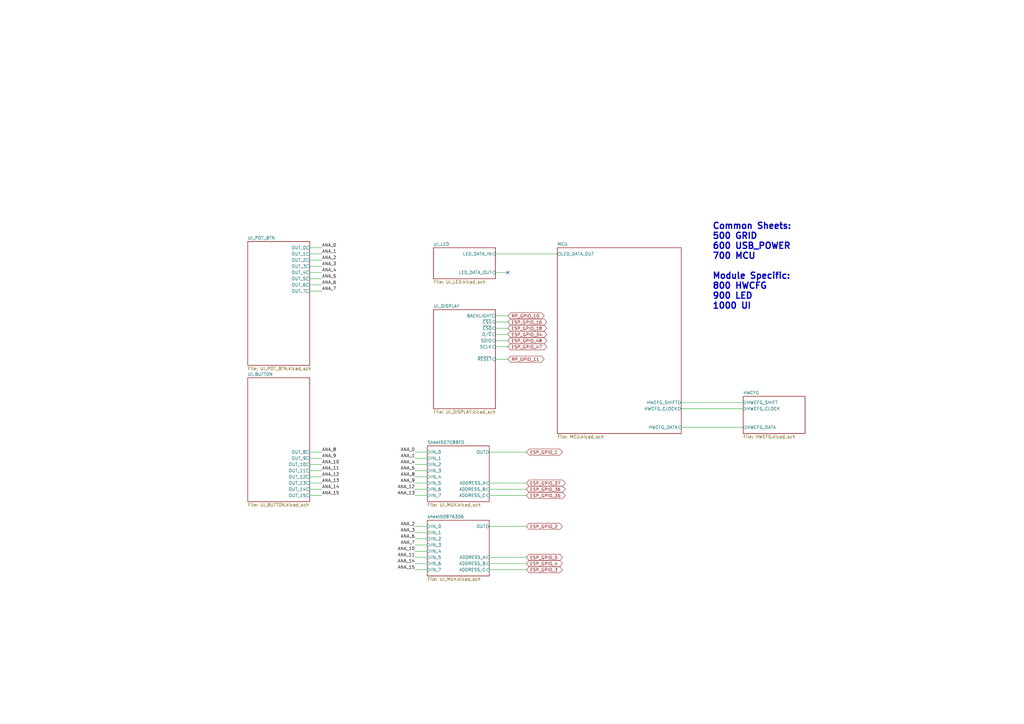
<source format=kicad_sch>
(kicad_sch
	(version 20231120)
	(generator "eeschema")
	(generator_version "8.0")
	(uuid "e5217a0c-7f55-4c30-adda-7f8d95709d1b")
	(paper "A3")
	(lib_symbols)
	(no_connect
		(at 208.28 111.76)
		(uuid "74f5ec08-7600-4a0b-a9e4-aae29f9ea08a")
	)
	(wire
		(pts
			(xy 175.26 203.2) (xy 170.18 203.2)
		)
		(stroke
			(width 0)
			(type default)
		)
		(uuid "05f2859d-2820-4e84-b395-696011feb13b")
	)
	(wire
		(pts
			(xy 279.4 165.1) (xy 304.8 165.1)
		)
		(stroke
			(width 0)
			(type default)
		)
		(uuid "07d160b6-23e1-4aa0-95cb-440482e6fc15")
	)
	(wire
		(pts
			(xy 127 101.6) (xy 132.08 101.6)
		)
		(stroke
			(width 0)
			(type default)
		)
		(uuid "0fafc6b9-fd35-4a55-9270-7a8e7ce3cb13")
	)
	(wire
		(pts
			(xy 203.2 111.76) (xy 208.28 111.76)
		)
		(stroke
			(width 0)
			(type default)
		)
		(uuid "10e52e95-44f3-4059-a86d-dcda603e0623")
	)
	(wire
		(pts
			(xy 228.6 104.14) (xy 203.2 104.14)
		)
		(stroke
			(width 0)
			(type default)
		)
		(uuid "1e48966e-d29d-4521-8939-ec8ac570431d")
	)
	(wire
		(pts
			(xy 175.26 198.12) (xy 170.18 198.12)
		)
		(stroke
			(width 0)
			(type default)
		)
		(uuid "2a1de22d-6451-488d-af77-0bf8841bd695")
	)
	(wire
		(pts
			(xy 175.26 233.68) (xy 170.18 233.68)
		)
		(stroke
			(width 0)
			(type default)
		)
		(uuid "2c60448a-e30f-46b2-89e1-a44f51688efc")
	)
	(wire
		(pts
			(xy 132.08 190.5) (xy 127 190.5)
		)
		(stroke
			(width 0)
			(type default)
		)
		(uuid "31a125e0-be83-42e2-a6a7-2fd847ff0800")
	)
	(wire
		(pts
			(xy 127 119.38) (xy 132.08 119.38)
		)
		(stroke
			(width 0)
			(type default)
		)
		(uuid "337e8520-cbd2-42c0-8d17-743bab17cbbd")
	)
	(wire
		(pts
			(xy 132.08 195.58) (xy 127 195.58)
		)
		(stroke
			(width 0)
			(type default)
		)
		(uuid "4abe677a-f032-40a9-967c-665e2826fd49")
	)
	(wire
		(pts
			(xy 175.26 220.98) (xy 170.18 220.98)
		)
		(stroke
			(width 0)
			(type default)
		)
		(uuid "576f00e6-a1be-45d3-9b93-e26d9e0fe306")
	)
	(wire
		(pts
			(xy 200.66 228.6) (xy 215.9 228.6)
		)
		(stroke
			(width 0)
			(type default)
		)
		(uuid "58b8a697-304a-4a24-97cf-db0e0871054b")
	)
	(wire
		(pts
			(xy 127 109.22) (xy 132.08 109.22)
		)
		(stroke
			(width 0)
			(type default)
		)
		(uuid "59fc765e-1357-4c94-9529-5635418c7d73")
	)
	(wire
		(pts
			(xy 203.2 134.62) (xy 208.28 134.62)
		)
		(stroke
			(width 0)
			(type default)
		)
		(uuid "6762d407-d8f6-469a-aa95-eadf515960a6")
	)
	(wire
		(pts
			(xy 175.26 193.04) (xy 170.18 193.04)
		)
		(stroke
			(width 0)
			(type default)
		)
		(uuid "6ac3ab53-7523-4805-bfd2-5de19dff127e")
	)
	(wire
		(pts
			(xy 200.66 185.42) (xy 215.9 185.42)
		)
		(stroke
			(width 0)
			(type default)
		)
		(uuid "6cc5add7-2c58-495d-a90c-f7b38995edcd")
	)
	(wire
		(pts
			(xy 175.26 218.44) (xy 170.18 218.44)
		)
		(stroke
			(width 0)
			(type default)
		)
		(uuid "713e0777-58b2-4487-baca-60d0ebed27c3")
	)
	(wire
		(pts
			(xy 200.66 215.9) (xy 215.9 215.9)
		)
		(stroke
			(width 0)
			(type default)
		)
		(uuid "749dc156-7850-4dfd-ad37-6fc4c319880b")
	)
	(wire
		(pts
			(xy 203.2 147.32) (xy 208.28 147.32)
		)
		(stroke
			(width 0)
			(type default)
		)
		(uuid "759c5cf0-fe7d-4180-b59a-db00dfb0f270")
	)
	(wire
		(pts
			(xy 200.66 200.66) (xy 215.9 200.66)
		)
		(stroke
			(width 0)
			(type default)
		)
		(uuid "7724cf8a-d269-4bb5-b657-e3539d59930d")
	)
	(wire
		(pts
			(xy 200.66 233.68) (xy 215.9 233.68)
		)
		(stroke
			(width 0)
			(type default)
		)
		(uuid "7f131c35-9ee2-49ba-bf3a-38cc98ad92ce")
	)
	(wire
		(pts
			(xy 279.4 175.26) (xy 304.8 175.26)
		)
		(stroke
			(width 0)
			(type default)
		)
		(uuid "844d7d7a-b386-45a8-aaf6-bf41bbcb43b5")
	)
	(wire
		(pts
			(xy 200.66 231.14) (xy 215.9 231.14)
		)
		(stroke
			(width 0)
			(type default)
		)
		(uuid "899e0de4-dc68-4dd9-a309-39fb89127bc6")
	)
	(wire
		(pts
			(xy 132.08 106.68) (xy 127 106.68)
		)
		(stroke
			(width 0)
			(type default)
		)
		(uuid "89a8e170-a222-41c0-b545-c9f4c5604011")
	)
	(wire
		(pts
			(xy 127 203.2) (xy 132.08 203.2)
		)
		(stroke
			(width 0)
			(type default)
		)
		(uuid "8b51480c-0a8e-467b-9cef-7f6ba4924bb4")
	)
	(wire
		(pts
			(xy 175.26 228.6) (xy 170.18 228.6)
		)
		(stroke
			(width 0)
			(type default)
		)
		(uuid "901440f4-e2a6-4447-83cc-f58a2b26f5c4")
	)
	(wire
		(pts
			(xy 127 104.14) (xy 132.08 104.14)
		)
		(stroke
			(width 0)
			(type default)
		)
		(uuid "9529c01f-e1cd-40be-b7f0-83780a544249")
	)
	(wire
		(pts
			(xy 203.2 132.08) (xy 208.28 132.08)
		)
		(stroke
			(width 0)
			(type default)
		)
		(uuid "9541b9e5-cab6-4144-9fc0-824ec076d809")
	)
	(wire
		(pts
			(xy 132.08 111.76) (xy 127 111.76)
		)
		(stroke
			(width 0)
			(type default)
		)
		(uuid "96db52e2-6336-4f5e-846e-528c594d0509")
	)
	(wire
		(pts
			(xy 175.26 187.96) (xy 170.18 187.96)
		)
		(stroke
			(width 0)
			(type default)
		)
		(uuid "a07b6b2b-7179-4297-b163-5e47ffbe76d3")
	)
	(wire
		(pts
			(xy 175.26 226.06) (xy 170.18 226.06)
		)
		(stroke
			(width 0)
			(type default)
		)
		(uuid "a0dee8e6-f88a-4f05-aba0-bab3aafdf2bc")
	)
	(wire
		(pts
			(xy 203.2 142.24) (xy 208.28 142.24)
		)
		(stroke
			(width 0)
			(type default)
		)
		(uuid "a1a4bc93-9a1c-489e-a13c-138ed06f257a")
	)
	(wire
		(pts
			(xy 279.4 167.64) (xy 304.8 167.64)
		)
		(stroke
			(width 0)
			(type default)
		)
		(uuid "a62609cd-29b7-4918-b97d-7b2404ba61cf")
	)
	(wire
		(pts
			(xy 175.26 195.58) (xy 170.18 195.58)
		)
		(stroke
			(width 0)
			(type default)
		)
		(uuid "a8219a78-6b33-4efa-a789-6a67ce8f7a50")
	)
	(wire
		(pts
			(xy 175.26 215.9) (xy 170.18 215.9)
		)
		(stroke
			(width 0)
			(type default)
		)
		(uuid "a8fb8ee0-623f-4870-a716-ecc88f37ef9a")
	)
	(wire
		(pts
			(xy 203.2 139.7) (xy 208.28 139.7)
		)
		(stroke
			(width 0)
			(type default)
		)
		(uuid "ac805ba2-5417-47e2-8d1c-15c27ac2dd28")
	)
	(wire
		(pts
			(xy 200.66 198.12) (xy 215.9 198.12)
		)
		(stroke
			(width 0)
			(type default)
		)
		(uuid "b4a977ae-b2ae-48d8-8c15-01300b73a08b")
	)
	(wire
		(pts
			(xy 127 193.04) (xy 132.08 193.04)
		)
		(stroke
			(width 0)
			(type default)
		)
		(uuid "c7ee3b02-6e58-400d-af69-f821d40d4cbb")
	)
	(wire
		(pts
			(xy 203.2 137.16) (xy 208.28 137.16)
		)
		(stroke
			(width 0)
			(type default)
		)
		(uuid "ce5ce680-24fa-4fb3-b4d1-e6848ada0ecc")
	)
	(wire
		(pts
			(xy 175.26 190.5) (xy 170.18 190.5)
		)
		(stroke
			(width 0)
			(type default)
		)
		(uuid "d1a9be32-38ba-44e6-bc35-f031541ab1fe")
	)
	(wire
		(pts
			(xy 175.26 231.14) (xy 170.18 231.14)
		)
		(stroke
			(width 0)
			(type default)
		)
		(uuid "d7e5a060-eb57-4238-9312-26bc885fc97d")
	)
	(wire
		(pts
			(xy 203.2 129.54) (xy 208.28 129.54)
		)
		(stroke
			(width 0)
			(type default)
		)
		(uuid "e8291469-5467-4d89-9496-a63886165e83")
	)
	(wire
		(pts
			(xy 127 198.12) (xy 132.08 198.12)
		)
		(stroke
			(width 0)
			(type default)
		)
		(uuid "e8d0a591-fd34-4cb0-a377-db49b24e37c4")
	)
	(wire
		(pts
			(xy 132.08 200.66) (xy 127 200.66)
		)
		(stroke
			(width 0)
			(type default)
		)
		(uuid "eba56bfe-2d80-42cc-bf08-e0aec63da397")
	)
	(wire
		(pts
			(xy 175.26 185.42) (xy 170.18 185.42)
		)
		(stroke
			(width 0)
			(type default)
		)
		(uuid "ebca7c5e-ae52-43e5-ac6c-69a96a9a5b24")
	)
	(wire
		(pts
			(xy 132.08 185.42) (xy 127 185.42)
		)
		(stroke
			(width 0)
			(type default)
		)
		(uuid "ed50135e-8dee-476e-90ac-c16ba2dad808")
	)
	(wire
		(pts
			(xy 127 114.3) (xy 132.08 114.3)
		)
		(stroke
			(width 0)
			(type default)
		)
		(uuid "f0ff5d1c-5481-4958-b844-4f68a17d4166")
	)
	(wire
		(pts
			(xy 175.26 223.52) (xy 170.18 223.52)
		)
		(stroke
			(width 0)
			(type default)
		)
		(uuid "f19c9655-8ddb-411a-96dd-bd986870c3c6")
	)
	(wire
		(pts
			(xy 175.26 200.66) (xy 170.18 200.66)
		)
		(stroke
			(width 0)
			(type default)
		)
		(uuid "f3044f68-903d-4063-b253-30d8e3a83eae")
	)
	(wire
		(pts
			(xy 200.66 203.2) (xy 215.9 203.2)
		)
		(stroke
			(width 0)
			(type default)
		)
		(uuid "f6ef085e-4d1b-41a2-aae2-3653a29bbbc6")
	)
	(wire
		(pts
			(xy 127 187.96) (xy 132.08 187.96)
		)
		(stroke
			(width 0)
			(type default)
		)
		(uuid "fae62130-e12e-4e40-b8d3-ae4e747e7372")
	)
	(wire
		(pts
			(xy 132.08 116.84) (xy 127 116.84)
		)
		(stroke
			(width 0)
			(type default)
		)
		(uuid "fdc60c06-30fa-4dfb-96b4-809b755999e1")
	)
	(text "Common Sheets:\n500 GRID\n600 USB_POWER\n700 MCU\n\nModule Specific:\n800 HWCFG\n900 LED\n1000 UI"
		(exclude_from_sim no)
		(at 292.1 127 0)
		(effects
			(font
				(size 2.54 2.54)
				(thickness 0.508)
				(bold yes)
			)
			(justify left bottom)
		)
		(uuid "3ed7b52a-fa11-4e7f-ae41-1082078a3112")
	)
	(label "ANA_12"
		(at 132.08 195.58 0)
		(fields_autoplaced yes)
		(effects
			(font
				(size 1.27 1.27)
			)
			(justify left bottom)
		)
		(uuid "17555458-d1f2-4e94-92ff-dcb4327d821a")
	)
	(label "ANA_6"
		(at 132.08 116.84 0)
		(fields_autoplaced yes)
		(effects
			(font
				(size 1.27 1.27)
			)
			(justify left bottom)
		)
		(uuid "1dfbf353-5b24-4c0f-8322-8fcd514ae75e")
	)
	(label "ANA_6"
		(at 170.18 220.98 180)
		(fields_autoplaced yes)
		(effects
			(font
				(size 1.27 1.27)
			)
			(justify right bottom)
		)
		(uuid "25bc3602-3fb4-4a04-94e3-21ba22562c24")
	)
	(label "ANA_15"
		(at 170.18 233.68 180)
		(fields_autoplaced yes)
		(effects
			(font
				(size 1.27 1.27)
			)
			(justify right bottom)
		)
		(uuid "269f19c3-6824-45a8-be29-fa58d70cbb42")
	)
	(label "ANA_9"
		(at 170.18 198.12 180)
		(fields_autoplaced yes)
		(effects
			(font
				(size 1.27 1.27)
			)
			(justify right bottom)
		)
		(uuid "283c990c-ae5a-4e41-a3ad-b40ca29fe90e")
	)
	(label "ANA_8"
		(at 132.08 185.42 0)
		(fields_autoplaced yes)
		(effects
			(font
				(size 1.27 1.27)
			)
			(justify left bottom)
		)
		(uuid "2a427419-bfe3-4dd5-9bdf-b088ce56f877")
	)
	(label "ANA_4"
		(at 132.08 111.76 0)
		(fields_autoplaced yes)
		(effects
			(font
				(size 1.27 1.27)
			)
			(justify left bottom)
		)
		(uuid "2e0a9f64-1b78-4597-8d50-d12d2268a95a")
	)
	(label "ANA_10"
		(at 132.08 190.5 0)
		(fields_autoplaced yes)
		(effects
			(font
				(size 1.27 1.27)
			)
			(justify left bottom)
		)
		(uuid "3840ad4b-647d-4858-9fbe-ebc6144a3771")
	)
	(label "ANA_14"
		(at 170.18 231.14 180)
		(fields_autoplaced yes)
		(effects
			(font
				(size 1.27 1.27)
			)
			(justify right bottom)
		)
		(uuid "38cfe839-c630-43d3-a9ec-6a89ba9e318a")
	)
	(label "ANA_9"
		(at 132.08 187.96 0)
		(fields_autoplaced yes)
		(effects
			(font
				(size 1.27 1.27)
			)
			(justify left bottom)
		)
		(uuid "3e3b328d-bd1a-4304-b618-8913b1df8dc9")
	)
	(label "ANA_15"
		(at 132.08 203.2 0)
		(fields_autoplaced yes)
		(effects
			(font
				(size 1.27 1.27)
			)
			(justify left bottom)
		)
		(uuid "41c8f7aa-1189-4ae1-a96f-0c913f978394")
	)
	(label "ANA_10"
		(at 170.18 226.06 180)
		(fields_autoplaced yes)
		(effects
			(font
				(size 1.27 1.27)
			)
			(justify right bottom)
		)
		(uuid "49575217-40b0-4890-8acf-12982cca52b5")
	)
	(label "ANA_4"
		(at 170.18 190.5 180)
		(fields_autoplaced yes)
		(effects
			(font
				(size 1.27 1.27)
			)
			(justify right bottom)
		)
		(uuid "4a54c707-7b6f-4a3d-a74d-5e3526114aba")
	)
	(label "ANA_5"
		(at 170.18 193.04 180)
		(fields_autoplaced yes)
		(effects
			(font
				(size 1.27 1.27)
			)
			(justify right bottom)
		)
		(uuid "4aa97874-2fd2-414c-b381-9420384c2fd8")
	)
	(label "ANA_1"
		(at 170.18 187.96 180)
		(fields_autoplaced yes)
		(effects
			(font
				(size 1.27 1.27)
			)
			(justify right bottom)
		)
		(uuid "4b1fce17-dec7-457e-ba3b-a77604e77dc9")
	)
	(label "ANA_11"
		(at 170.18 228.6 180)
		(fields_autoplaced yes)
		(effects
			(font
				(size 1.27 1.27)
			)
			(justify right bottom)
		)
		(uuid "4cafb73d-1ad8-4d24-acf7-63d78095ae46")
	)
	(label "ANA_5"
		(at 132.08 114.3 0)
		(fields_autoplaced yes)
		(effects
			(font
				(size 1.27 1.27)
			)
			(justify left bottom)
		)
		(uuid "582622a2-fad4-4737-9a80-be9fffbba8ab")
	)
	(label "ANA_13"
		(at 170.18 203.2 180)
		(fields_autoplaced yes)
		(effects
			(font
				(size 1.27 1.27)
			)
			(justify right bottom)
		)
		(uuid "5889287d-b845-4684-b23e-663811b25d27")
	)
	(label "ANA_7"
		(at 170.18 223.52 180)
		(fields_autoplaced yes)
		(effects
			(font
				(size 1.27 1.27)
			)
			(justify right bottom)
		)
		(uuid "7760a75a-d74b-4185-b34e-cbc7b2c339b6")
	)
	(label "ANA_2"
		(at 170.18 215.9 180)
		(fields_autoplaced yes)
		(effects
			(font
				(size 1.27 1.27)
			)
			(justify right bottom)
		)
		(uuid "869d6302-ae22-478f-9723-3feacbb12eef")
	)
	(label "ANA_3"
		(at 132.08 109.22 0)
		(fields_autoplaced yes)
		(effects
			(font
				(size 1.27 1.27)
			)
			(justify left bottom)
		)
		(uuid "9aaeec6e-84fe-4644-b0bc-5de24626ff48")
	)
	(label "ANA_13"
		(at 132.08 198.12 0)
		(fields_autoplaced yes)
		(effects
			(font
				(size 1.27 1.27)
			)
			(justify left bottom)
		)
		(uuid "b2789c26-e9b8-40c2-87ee-2ac368c870c8")
	)
	(label "ANA_12"
		(at 170.18 200.66 180)
		(fields_autoplaced yes)
		(effects
			(font
				(size 1.27 1.27)
			)
			(justify right bottom)
		)
		(uuid "be4b72db-0e02-4d9b-844a-aff689b4e648")
	)
	(label "ANA_8"
		(at 170.18 195.58 180)
		(fields_autoplaced yes)
		(effects
			(font
				(size 1.27 1.27)
			)
			(justify right bottom)
		)
		(uuid "c1bac86f-cbf6-4c5b-b60d-c26fa73d9c09")
	)
	(label "ANA_11"
		(at 132.08 193.04 0)
		(fields_autoplaced yes)
		(effects
			(font
				(size 1.27 1.27)
			)
			(justify left bottom)
		)
		(uuid "c9a1861d-6894-471f-b08b-ae409cebde28")
	)
	(label "ANA_2"
		(at 132.08 106.68 0)
		(fields_autoplaced yes)
		(effects
			(font
				(size 1.27 1.27)
			)
			(justify left bottom)
		)
		(uuid "d3e133b7-2c84-4206-a2b1-e693cb57fe56")
	)
	(label "ANA_0"
		(at 170.18 185.42 180)
		(fields_autoplaced yes)
		(effects
			(font
				(size 1.27 1.27)
			)
			(justify right bottom)
		)
		(uuid "d66d3c12-11ce-4566-9a45-962e329503d8")
	)
	(label "ANA_0"
		(at 132.08 101.6 0)
		(fields_autoplaced yes)
		(effects
			(font
				(size 1.27 1.27)
			)
			(justify left bottom)
		)
		(uuid "da481376-0e49-44d3-91b8-aaa39b869dd1")
	)
	(label "ANA_7"
		(at 132.08 119.38 0)
		(fields_autoplaced yes)
		(effects
			(font
				(size 1.27 1.27)
			)
			(justify left bottom)
		)
		(uuid "e0c7ddff-8c90-465f-be62-21fb49b059fa")
	)
	(label "ANA_3"
		(at 170.18 218.44 180)
		(fields_autoplaced yes)
		(effects
			(font
				(size 1.27 1.27)
			)
			(justify right bottom)
		)
		(uuid "e1b88aa4-d887-4eea-83ff-5c009f4390c4")
	)
	(label "ANA_14"
		(at 132.08 200.66 0)
		(fields_autoplaced yes)
		(effects
			(font
				(size 1.27 1.27)
			)
			(justify left bottom)
		)
		(uuid "f53a7191-613e-4457-a03e-4e8da7d33592")
	)
	(label "ANA_1"
		(at 132.08 104.14 0)
		(fields_autoplaced yes)
		(effects
			(font
				(size 1.27 1.27)
			)
			(justify left bottom)
		)
		(uuid "f988d6ea-11c5-4837-b1d1-5c292ded50c6")
	)
	(global_label "ESP_GPIO_36"
		(shape bidirectional)
		(at 215.9 200.66 0)
		(fields_autoplaced yes)
		(effects
			(font
				(size 1.27 1.27)
			)
			(justify left)
		)
		(uuid "01383e8f-3b83-4fa7-90bb-cfca910d3918")
		(property "Intersheetrefs" "${INTERSHEET_REFS}"
			(at 230.6823 200.5806 0)
			(effects
				(font
					(size 1.27 1.27)
				)
				(justify left)
				(hide yes)
			)
		)
	)
	(global_label "ESP_GPIO_37"
		(shape bidirectional)
		(at 215.9 198.12 0)
		(fields_autoplaced yes)
		(effects
			(font
				(size 1.27 1.27)
			)
			(justify left)
		)
		(uuid "32f6c133-3086-44f8-b4c8-1da30894b2c3")
		(property "Intersheetrefs" "${INTERSHEET_REFS}"
			(at 230.6823 198.0406 0)
			(effects
				(font
					(size 1.27 1.27)
				)
				(justify left)
				(hide yes)
			)
		)
	)
	(global_label "ESP_GPIO_16"
		(shape bidirectional)
		(at 208.28 132.08 0)
		(fields_autoplaced yes)
		(effects
			(font
				(size 1.27 1.27)
			)
			(justify left)
		)
		(uuid "5634e1e0-2fcc-425a-b046-3fc5ddc31578")
		(property "Intersheetrefs" "${INTERSHEET_REFS}"
			(at 224.0215 132.08 0)
			(effects
				(font
					(size 1.27 1.27)
				)
				(justify left)
				(hide yes)
			)
		)
	)
	(global_label "ESP_GPIO_5"
		(shape bidirectional)
		(at 215.9 228.6 0)
		(fields_autoplaced yes)
		(effects
			(font
				(size 1.27 1.27)
			)
			(justify left)
		)
		(uuid "584215e2-8167-434e-9f90-2898ac8adc92")
		(property "Intersheetrefs" "${INTERSHEET_REFS}"
			(at 229.4728 228.5206 0)
			(effects
				(font
					(size 1.27 1.27)
				)
				(justify left)
				(hide yes)
			)
		)
	)
	(global_label "ESP_GPIO_18"
		(shape bidirectional)
		(at 208.28 134.62 0)
		(fields_autoplaced yes)
		(effects
			(font
				(size 1.27 1.27)
			)
			(justify left)
		)
		(uuid "58b18249-e637-4e74-a905-8fbdb771b931")
		(property "Intersheetrefs" "${INTERSHEET_REFS}"
			(at 223.0623 134.5406 0)
			(effects
				(font
					(size 1.27 1.27)
				)
				(justify left)
				(hide yes)
			)
		)
	)
	(global_label "ESP_GPIO_1"
		(shape bidirectional)
		(at 215.9 185.42 0)
		(fields_autoplaced yes)
		(effects
			(font
				(size 1.27 1.27)
			)
			(justify left)
		)
		(uuid "62cdf334-29cc-4028-b0d8-f3f97cd7d781")
		(property "Intersheetrefs" "${INTERSHEET_REFS}"
			(at 229.4728 185.3406 0)
			(effects
				(font
					(size 1.27 1.27)
				)
				(justify left)
				(hide yes)
			)
		)
	)
	(global_label "RP_GPIO_10"
		(shape bidirectional)
		(at 208.28 129.54 0)
		(fields_autoplaced yes)
		(effects
			(font
				(size 1.27 1.27)
			)
			(justify left)
		)
		(uuid "6799796c-95f9-428d-94c2-cf8c355e0625")
		(property "Intersheetrefs" "${INTERSHEET_REFS}"
			(at 222.933 129.54 0)
			(effects
				(font
					(size 1.27 1.27)
				)
				(justify left)
				(hide yes)
			)
		)
	)
	(global_label "RP_GPIO_11"
		(shape bidirectional)
		(at 208.28 147.32 0)
		(fields_autoplaced yes)
		(effects
			(font
				(size 1.27 1.27)
			)
			(justify left)
		)
		(uuid "73cb07a3-d43d-4dc0-9b6f-04bc60e639d5")
		(property "Intersheetrefs" "${INTERSHEET_REFS}"
			(at 222.933 147.32 0)
			(effects
				(font
					(size 1.27 1.27)
				)
				(justify left)
				(hide yes)
			)
		)
	)
	(global_label "ESP_GPIO_47"
		(shape bidirectional)
		(at 208.28 142.24 0)
		(fields_autoplaced yes)
		(effects
			(font
				(size 1.27 1.27)
			)
			(justify left)
		)
		(uuid "7f1e6e46-136c-4672-ad21-f1654f1c669a")
		(property "Intersheetrefs" "${INTERSHEET_REFS}"
			(at 224.0215 142.24 0)
			(effects
				(font
					(size 1.27 1.27)
				)
				(justify left)
				(hide yes)
			)
		)
	)
	(global_label "ESP_GPIO_4"
		(shape bidirectional)
		(at 215.9 231.14 0)
		(fields_autoplaced yes)
		(effects
			(font
				(size 1.27 1.27)
			)
			(justify left)
		)
		(uuid "ad444c75-c6c6-4b0a-9910-044c88df3217")
		(property "Intersheetrefs" "${INTERSHEET_REFS}"
			(at 229.4728 231.0606 0)
			(effects
				(font
					(size 1.27 1.27)
				)
				(justify left)
				(hide yes)
			)
		)
	)
	(global_label "ESP_GPIO_34"
		(shape bidirectional)
		(at 208.28 137.16 0)
		(fields_autoplaced yes)
		(effects
			(font
				(size 1.27 1.27)
			)
			(justify left)
		)
		(uuid "ad8e861f-8a6c-420e-b120-5ef7da051040")
		(property "Intersheetrefs" "${INTERSHEET_REFS}"
			(at 224.0215 137.16 0)
			(effects
				(font
					(size 1.27 1.27)
				)
				(justify left)
				(hide yes)
			)
		)
	)
	(global_label "ESP_GPIO_48"
		(shape bidirectional)
		(at 208.28 139.7 0)
		(fields_autoplaced yes)
		(effects
			(font
				(size 1.27 1.27)
			)
			(justify left)
		)
		(uuid "cc808718-a0ed-402a-ad9a-6259da1e376f")
		(property "Intersheetrefs" "${INTERSHEET_REFS}"
			(at 224.0215 139.7 0)
			(effects
				(font
					(size 1.27 1.27)
				)
				(justify left)
				(hide yes)
			)
		)
	)
	(global_label "ESP_GPIO_3"
		(shape bidirectional)
		(at 215.9 233.68 0)
		(fields_autoplaced yes)
		(effects
			(font
				(size 1.27 1.27)
			)
			(justify left)
		)
		(uuid "d19e61bc-ff37-410f-a1aa-eb235e9dde27")
		(property "Intersheetrefs" "${INTERSHEET_REFS}"
			(at 229.4728 233.6006 0)
			(effects
				(font
					(size 1.27 1.27)
				)
				(justify left)
				(hide yes)
			)
		)
	)
	(global_label "ESP_GPIO_2"
		(shape bidirectional)
		(at 215.9 215.9 0)
		(fields_autoplaced yes)
		(effects
			(font
				(size 1.27 1.27)
			)
			(justify left)
		)
		(uuid "dec5656e-d83e-434b-b866-7a6cae7b497c")
		(property "Intersheetrefs" "${INTERSHEET_REFS}"
			(at 229.4728 215.8206 0)
			(effects
				(font
					(size 1.27 1.27)
				)
				(justify left)
				(hide yes)
			)
		)
	)
	(global_label "ESP_GPIO_35"
		(shape bidirectional)
		(at 215.9 203.2 0)
		(fields_autoplaced yes)
		(effects
			(font
				(size 1.27 1.27)
			)
			(justify left)
		)
		(uuid "e6d0cb41-158d-4a1d-98b1-2c2404cd8edc")
		(property "Intersheetrefs" "${INTERSHEET_REFS}"
			(at 230.6823 203.1206 0)
			(effects
				(font
					(size 1.27 1.27)
				)
				(justify left)
				(hide yes)
			)
		)
	)
	(sheet
		(at 177.8 101.6)
		(size 25.4 12.7)
		(fields_autoplaced yes)
		(stroke
			(width 0)
			(type solid)
		)
		(fill
			(color 0 0 0 0.0000)
		)
		(uuid "00000000-0000-0000-0000-00005d735388")
		(property "Sheetname" "UI_LED"
			(at 177.8 100.8884 0)
			(effects
				(font
					(size 1.27 1.27)
				)
				(justify left bottom)
			)
		)
		(property "Sheetfile" "UI_LED.kicad_sch"
			(at 177.8 114.8846 0)
			(effects
				(font
					(size 1.27 1.27)
				)
				(justify left top)
			)
		)
		(pin "LED_DATA_IN" input
			(at 203.2 104.14 0)
			(effects
				(font
					(size 1.27 1.27)
				)
				(justify right)
			)
			(uuid "f1e619ac-5067-41df-8384-776ec70a6093")
		)
		(pin "LED_DATA_OUT" input
			(at 203.2 111.76 0)
			(effects
				(font
					(size 1.27 1.27)
				)
				(justify right)
			)
			(uuid "7a74c4b1-6243-4a12-85a2-bc41d346e7aa")
		)
		(instances
			(project "PCBA-VSNX"
				(path "/e5217a0c-7f55-4c30-adda-7f8d95709d1b"
					(page "4")
				)
			)
		)
	)
	(sheet
		(at 101.6 99.06)
		(size 25.4 50.8)
		(fields_autoplaced yes)
		(stroke
			(width 0)
			(type solid)
		)
		(fill
			(color 0 0 0 0.0000)
		)
		(uuid "00000000-0000-0000-0000-00005d735a13")
		(property "Sheetname" "UI_POT_BTN"
			(at 101.6 98.3484 0)
			(effects
				(font
					(size 1.27 1.27)
				)
				(justify left bottom)
			)
		)
		(property "Sheetfile" "UI_POT_BTN.kicad_sch"
			(at 101.6 150.4446 0)
			(effects
				(font
					(size 1.27 1.27)
				)
				(justify left top)
			)
		)
		(pin "OUT_0" passive
			(at 127 101.6 0)
			(effects
				(font
					(size 1.27 1.27)
				)
				(justify right)
			)
			(uuid "bde95c06-433a-4c03-bc48-e3abcdb4e054")
		)
		(pin "OUT_1" passive
			(at 127 104.14 0)
			(effects
				(font
					(size 1.27 1.27)
				)
				(justify right)
			)
			(uuid "8cd050d6-228c-4da0-9533-b4f8d14cfb34")
		)
		(pin "OUT_2" passive
			(at 127 106.68 0)
			(effects
				(font
					(size 1.27 1.27)
				)
				(justify right)
			)
			(uuid "4e27930e-1827-4788-aa6b-487321d46602")
		)
		(pin "OUT_3" passive
			(at 127 109.22 0)
			(effects
				(font
					(size 1.27 1.27)
				)
				(justify right)
			)
			(uuid "18c61c95-8af1-4986-b67e-c7af9c15ab6b")
		)
		(pin "OUT_4" passive
			(at 127 111.76 0)
			(effects
				(font
					(size 1.27 1.27)
				)
				(justify right)
			)
			(uuid "a5be2cb8-c68d-4180-8412-69a6b4c5b1d4")
		)
		(pin "OUT_5" passive
			(at 127 114.3 0)
			(effects
				(font
					(size 1.27 1.27)
				)
				(justify right)
			)
			(uuid "7e1217ba-8a3d-4079-8d7b-b45f90cfbf53")
		)
		(pin "OUT_6" passive
			(at 127 116.84 0)
			(effects
				(font
					(size 1.27 1.27)
				)
				(justify right)
			)
			(uuid "2e90e294-82e1-45da-9bf1-b91dfe0dc8f6")
		)
		(pin "OUT_7" passive
			(at 127 119.38 0)
			(effects
				(font
					(size 1.27 1.27)
				)
				(justify right)
			)
			(uuid "ba6fc20e-7eff-4d5f-81e4-d1fad93be155")
		)
		(instances
			(project "PCBA-VSNX"
				(path "/e5217a0c-7f55-4c30-adda-7f8d95709d1b"
					(page "2")
				)
			)
		)
	)
	(sheet
		(at 101.6 154.94)
		(size 25.4 50.8)
		(fields_autoplaced yes)
		(stroke
			(width 0)
			(type solid)
		)
		(fill
			(color 0 0 0 0.0000)
		)
		(uuid "00000000-0000-0000-0000-00005d74bbf2")
		(property "Sheetname" "UI_BUTTON"
			(at 101.6 154.2284 0)
			(effects
				(font
					(size 1.27 1.27)
				)
				(justify left bottom)
			)
		)
		(property "Sheetfile" "UI_BUTTON.kicad_sch"
			(at 101.6 206.3246 0)
			(effects
				(font
					(size 1.27 1.27)
				)
				(justify left top)
			)
		)
		(pin "OUT_12" passive
			(at 127 195.58 0)
			(effects
				(font
					(size 1.27 1.27)
				)
				(justify right)
			)
			(uuid "3b686d17-1000-4762-ba31-589d599a3edf")
		)
		(pin "OUT_13" passive
			(at 127 198.12 0)
			(effects
				(font
					(size 1.27 1.27)
				)
				(justify right)
			)
			(uuid "9286cf02-1563-41d2-9931-c192c33bab31")
		)
		(pin "OUT_14" passive
			(at 127 200.66 0)
			(effects
				(font
					(size 1.27 1.27)
				)
				(justify right)
			)
			(uuid "66bc2bca-dab7-4947-a0ff-403cdaf9fb89")
		)
		(pin "OUT_15" passive
			(at 127 203.2 0)
			(effects
				(font
					(size 1.27 1.27)
				)
				(justify right)
			)
			(uuid "9b6bb172-1ac4-440a-ac75-c1917d9d59c7")
		)
		(pin "OUT_11" passive
			(at 127 193.04 0)
			(effects
				(font
					(size 1.27 1.27)
				)
				(justify right)
			)
			(uuid "3d1ea1b4-8d24-4009-a8aa-9af8180cc421")
		)
		(pin "OUT_10" passive
			(at 127 190.5 0)
			(effects
				(font
					(size 1.27 1.27)
				)
				(justify right)
			)
			(uuid "2fae4bd8-ace7-437f-9be8-fa9b3c76313e")
		)
		(pin "OUT_9" passive
			(at 127 187.96 0)
			(effects
				(font
					(size 1.27 1.27)
				)
				(justify right)
			)
			(uuid "2eea8373-3bf8-4519-9419-496319f1ad4c")
		)
		(pin "OUT_8" passive
			(at 127 185.42 0)
			(effects
				(font
					(size 1.27 1.27)
				)
				(justify right)
			)
			(uuid "c3e21b30-a95d-4022-9fb0-5125d4b77217")
		)
		(instances
			(project "PCBA-VSNX"
				(path "/e5217a0c-7f55-4c30-adda-7f8d95709d1b"
					(page "3")
				)
			)
		)
	)
	(sheet
		(at 228.6 101.6)
		(size 50.8 76.2)
		(fields_autoplaced yes)
		(stroke
			(width 0)
			(type solid)
		)
		(fill
			(color 0 0 0 0.0000)
		)
		(uuid "00000000-0000-0000-0000-00005d757c78")
		(property "Sheetname" "MCU"
			(at 228.6 100.8884 0)
			(effects
				(font
					(size 1.27 1.27)
				)
				(justify left bottom)
			)
		)
		(property "Sheetfile" "MCU.kicad_sch"
			(at 228.6 178.3846 0)
			(effects
				(font
					(size 1.27 1.27)
				)
				(justify left top)
			)
		)
		(pin "LED_DATA_OUT" output
			(at 228.6 104.14 180)
			(effects
				(font
					(size 1.27 1.27)
				)
				(justify left)
			)
			(uuid "9390234f-bf3f-46cd-b6a0-8a438ec76e9f")
		)
		(pin "HWCFG_DATA" input
			(at 279.4 175.26 0)
			(effects
				(font
					(size 1.27 1.27)
				)
				(justify right)
			)
			(uuid "9e813ec2-d4ce-4e2e-b379-c6fedb4c45db")
		)
		(pin "HWCFG_CLOCK" output
			(at 279.4 167.64 0)
			(effects
				(font
					(size 1.27 1.27)
				)
				(justify right)
			)
			(uuid "6325c32f-c82a-4357-b022-f9c7e76f412e")
		)
		(pin "HWCFG_SHIFT" output
			(at 279.4 165.1 0)
			(effects
				(font
					(size 1.27 1.27)
				)
				(justify right)
			)
			(uuid "18d11f32-e1a6-4f29-8e3c-0bfeb07299bd")
		)
		(instances
			(project "PCBA-VSNX"
				(path "/e5217a0c-7f55-4c30-adda-7f8d95709d1b"
					(page "7")
				)
			)
		)
	)
	(sheet
		(at 175.26 182.88)
		(size 25.4 22.86)
		(fields_autoplaced yes)
		(stroke
			(width 0)
			(type solid)
		)
		(fill
			(color 0 0 0 0.0000)
		)
		(uuid "00000000-0000-0000-0000-00005d7c8bfe")
		(property "Sheetname" "Sheet5D7C8BFD"
			(at 175.26 182.1684 0)
			(effects
				(font
					(size 1.27 1.27)
				)
				(justify left bottom)
			)
		)
		(property "Sheetfile" "UI_MUX.kicad_sch"
			(at 175.26 206.3246 0)
			(effects
				(font
					(size 1.27 1.27)
				)
				(justify left top)
			)
		)
		(pin "OUT" output
			(at 200.66 185.42 0)
			(effects
				(font
					(size 1.27 1.27)
				)
				(justify right)
			)
			(uuid "d7e4abd8-69f5-4706-b12e-898194e5bf56")
		)
		(pin "IN_0" input
			(at 175.26 185.42 180)
			(effects
				(font
					(size 1.27 1.27)
				)
				(justify left)
			)
			(uuid "44646447-0a8e-4aec-a74e-22bf765d0f33")
		)
		(pin "IN_1" input
			(at 175.26 187.96 180)
			(effects
				(font
					(size 1.27 1.27)
				)
				(justify left)
			)
			(uuid "2878a73c-5447-4cd9-8194-14f52ab9459c")
		)
		(pin "IN_2" input
			(at 175.26 190.5 180)
			(effects
				(font
					(size 1.27 1.27)
				)
				(justify left)
			)
			(uuid "955cc99e-a129-42cf-abc7-aa99813fdb5f")
		)
		(pin "IN_3" input
			(at 175.26 193.04 180)
			(effects
				(font
					(size 1.27 1.27)
				)
				(justify left)
			)
			(uuid "04cf2f2c-74bf-400d-b4f6-201720df00ed")
		)
		(pin "IN_4" input
			(at 175.26 195.58 180)
			(effects
				(font
					(size 1.27 1.27)
				)
				(justify left)
			)
			(uuid "1bdd5841-68b7-42e2-9447-cbdb608d8a08")
		)
		(pin "IN_5" input
			(at 175.26 198.12 180)
			(effects
				(font
					(size 1.27 1.27)
				)
				(justify left)
			)
			(uuid "aeb03be9-98f0-43f6-9432-1bb35aa04bab")
		)
		(pin "IN_6" input
			(at 175.26 200.66 180)
			(effects
				(font
					(size 1.27 1.27)
				)
				(justify left)
			)
			(uuid "008da5b9-6f95-4113-b7d0-d93ac62efd33")
		)
		(pin "IN_7" input
			(at 175.26 203.2 180)
			(effects
				(font
					(size 1.27 1.27)
				)
				(justify left)
			)
			(uuid "5d3d7893-1d11-4f1d-9052-85cf0e07d281")
		)
		(pin "ADDRESS_C" input
			(at 200.66 203.2 0)
			(effects
				(font
					(size 1.27 1.27)
				)
				(justify right)
			)
			(uuid "79476267-290e-445f-995b-0afd0e11a4b5")
		)
		(pin "ADDRESS_B" input
			(at 200.66 200.66 0)
			(effects
				(font
					(size 1.27 1.27)
				)
				(justify right)
			)
			(uuid "8b290a17-6328-4178-9131-29524d345539")
		)
		(pin "ADDRESS_A" input
			(at 200.66 198.12 0)
			(effects
				(font
					(size 1.27 1.27)
				)
				(justify right)
			)
			(uuid "27b2eb82-662b-42d8-90e6-830fec4bb8d2")
		)
		(instances
			(project "PCBA-VSNX"
				(path "/e5217a0c-7f55-4c30-adda-7f8d95709d1b"
					(page "5")
				)
			)
		)
	)
	(sheet
		(at 175.26 213.36)
		(size 25.4 22.86)
		(fields_autoplaced yes)
		(stroke
			(width 0)
			(type solid)
		)
		(fill
			(color 0 0 0 0.0000)
		)
		(uuid "00000000-0000-0000-0000-00005d8763e1")
		(property "Sheetname" "sheet5D8763D6"
			(at 175.26 212.6484 0)
			(effects
				(font
					(size 1.27 1.27)
				)
				(justify left bottom)
			)
		)
		(property "Sheetfile" "UI_MUX.kicad_sch"
			(at 175.26 236.8046 0)
			(effects
				(font
					(size 1.27 1.27)
				)
				(justify left top)
			)
		)
		(pin "IN_0" input
			(at 175.26 215.9 180)
			(effects
				(font
					(size 1.27 1.27)
				)
				(justify left)
			)
			(uuid "3e0392c0-affc-4114-9de5-1f1cfe79418a")
		)
		(pin "IN_1" input
			(at 175.26 218.44 180)
			(effects
				(font
					(size 1.27 1.27)
				)
				(justify left)
			)
			(uuid "6513181c-0a6a-4560-9a18-17450c36ae2a")
		)
		(pin "IN_2" input
			(at 175.26 220.98 180)
			(effects
				(font
					(size 1.27 1.27)
				)
				(justify left)
			)
			(uuid "12a24e86-2c38-4685-bba9-fff8dddb4cb0")
		)
		(pin "IN_3" input
			(at 175.26 223.52 180)
			(effects
				(font
					(size 1.27 1.27)
				)
				(justify left)
			)
			(uuid "f357ddb5-3f44-43b0-b00d-d64f5c62ba4a")
		)
		(pin "IN_4" input
			(at 175.26 226.06 180)
			(effects
				(font
					(size 1.27 1.27)
				)
				(justify left)
			)
			(uuid "35ef9c4a-35f6-467b-a704-b1d9354880cf")
		)
		(pin "IN_5" input
			(at 175.26 228.6 180)
			(effects
				(font
					(size 1.27 1.27)
				)
				(justify left)
			)
			(uuid "b8b961e9-8a60-45fc-999a-a7a3baff4e0d")
		)
		(pin "IN_6" input
			(at 175.26 231.14 180)
			(effects
				(font
					(size 1.27 1.27)
				)
				(justify left)
			)
			(uuid "a7f25f41-0b4c-4430-b6cd-b2160b2db099")
		)
		(pin "IN_7" input
			(at 175.26 233.68 180)
			(effects
				(font
					(size 1.27 1.27)
				)
				(justify left)
			)
			(uuid "0ceb97d6-1b0f-4b71-921e-b0955c30c998")
		)
		(pin "OUT" output
			(at 200.66 215.9 0)
			(effects
				(font
					(size 1.27 1.27)
				)
				(justify right)
			)
			(uuid "1241b7f2-e266-4f5c-8a97-9f0f9d0eef37")
		)
		(pin "ADDRESS_C" input
			(at 200.66 233.68 0)
			(effects
				(font
					(size 1.27 1.27)
				)
				(justify right)
			)
			(uuid "7d0dab95-9e7a-486e-a1d7-fc48860fd57d")
		)
		(pin "ADDRESS_B" input
			(at 200.66 231.14 0)
			(effects
				(font
					(size 1.27 1.27)
				)
				(justify right)
			)
			(uuid "6241e6d3-a754-45b6-9f7c-e43019b93226")
		)
		(pin "ADDRESS_A" input
			(at 200.66 228.6 0)
			(effects
				(font
					(size 1.27 1.27)
				)
				(justify right)
			)
			(uuid "c8a44971-63c1-4a19-879d-b6647b2dc08d")
		)
		(instances
			(project "PCBA-VSNX"
				(path "/e5217a0c-7f55-4c30-adda-7f8d95709d1b"
					(page "6")
				)
			)
		)
	)
	(sheet
		(at 304.8 162.56)
		(size 25.4 15.24)
		(fields_autoplaced yes)
		(stroke
			(width 0)
			(type solid)
		)
		(fill
			(color 0 0 0 0.0000)
		)
		(uuid "00000000-0000-0000-0000-00005dc2dc06")
		(property "Sheetname" "HWCFG"
			(at 304.8 161.8484 0)
			(effects
				(font
					(size 1.27 1.27)
				)
				(justify left bottom)
			)
		)
		(property "Sheetfile" "HWCFG.kicad_sch"
			(at 304.8 178.3846 0)
			(effects
				(font
					(size 1.27 1.27)
				)
				(justify left top)
			)
		)
		(pin "HWCFG_DATA" output
			(at 304.8 175.26 180)
			(effects
				(font
					(size 1.27 1.27)
				)
				(justify left)
			)
			(uuid "9f782c92-a5e8-49db-bfda-752b35522ce4")
		)
		(pin "HWCFG_CLOCK" input
			(at 304.8 167.64 180)
			(effects
				(font
					(size 1.27 1.27)
				)
				(justify left)
			)
			(uuid "ccc4cc25-ac17-45ef-825c-e079951ffb21")
		)
		(pin "HWCFG_SHIFT" input
			(at 304.8 165.1 180)
			(effects
				(font
					(size 1.27 1.27)
				)
				(justify left)
			)
			(uuid "626679e8-6101-4722-ac57-5b8d9dab4c8b")
		)
		(instances
			(project "PCBA-VSNX"
				(path "/e5217a0c-7f55-4c30-adda-7f8d95709d1b"
					(page "10")
				)
			)
		)
	)
	(sheet
		(at 177.8 127)
		(size 25.4 40.64)
		(fields_autoplaced yes)
		(stroke
			(width 0.1524)
			(type solid)
		)
		(fill
			(color 0 0 0 0.0000)
		)
		(uuid "cee77759-e3a7-40c4-9e57-a336a0077d12")
		(property "Sheetname" "UI_DISPLAY"
			(at 177.8 126.2884 0)
			(effects
				(font
					(size 1.27 1.27)
				)
				(justify left bottom)
			)
		)
		(property "Sheetfile" "UI_DISPLAY.kicad_sch"
			(at 177.8 168.2246 0)
			(effects
				(font
					(size 1.27 1.27)
				)
				(justify left top)
			)
		)
		(pin "~{RESET}" input
			(at 203.2 147.32 0)
			(effects
				(font
					(size 1.27 1.27)
				)
				(justify right)
			)
			(uuid "e58a5bc3-f50f-4237-a421-47413c558e2e")
		)
		(pin "BACKLIGHT" passive
			(at 203.2 129.54 0)
			(effects
				(font
					(size 1.27 1.27)
				)
				(justify right)
			)
			(uuid "3af58c8e-103c-4fb7-82e6-ba4c71e38825")
		)
		(pin "~{CS0}" input
			(at 203.2 134.62 0)
			(effects
				(font
					(size 1.27 1.27)
				)
				(justify right)
			)
			(uuid "c274c8c0-a97d-4d97-8c23-53fb73f91b35")
		)
		(pin "D{slash}~{C}" input
			(at 203.2 137.16 0)
			(effects
				(font
					(size 1.27 1.27)
				)
				(justify right)
			)
			(uuid "14bf16e2-1d97-4ec1-9748-ada39e067660")
		)
		(pin "SDIO" input
			(at 203.2 139.7 0)
			(effects
				(font
					(size 1.27 1.27)
				)
				(justify right)
			)
			(uuid "d5091a1a-a11d-4522-81f3-65ceb9b071c2")
		)
		(pin "SCLK" input
			(at 203.2 142.24 0)
			(effects
				(font
					(size 1.27 1.27)
				)
				(justify right)
			)
			(uuid "717c7ffb-eefd-4f91-8af8-6e792fe6af1b")
		)
		(pin "~{CS1}" input
			(at 203.2 132.08 0)
			(effects
				(font
					(size 1.27 1.27)
				)
				(justify right)
			)
			(uuid "bc474a79-7582-42c1-9906-b0f04934bb82")
		)
		(instances
			(project "PCBA-VSNX"
				(path "/e5217a0c-7f55-4c30-adda-7f8d95709d1b"
					(page "11")
				)
			)
		)
	)
	(sheet_instances
		(path "/"
			(page "1")
		)
	)
)

</source>
